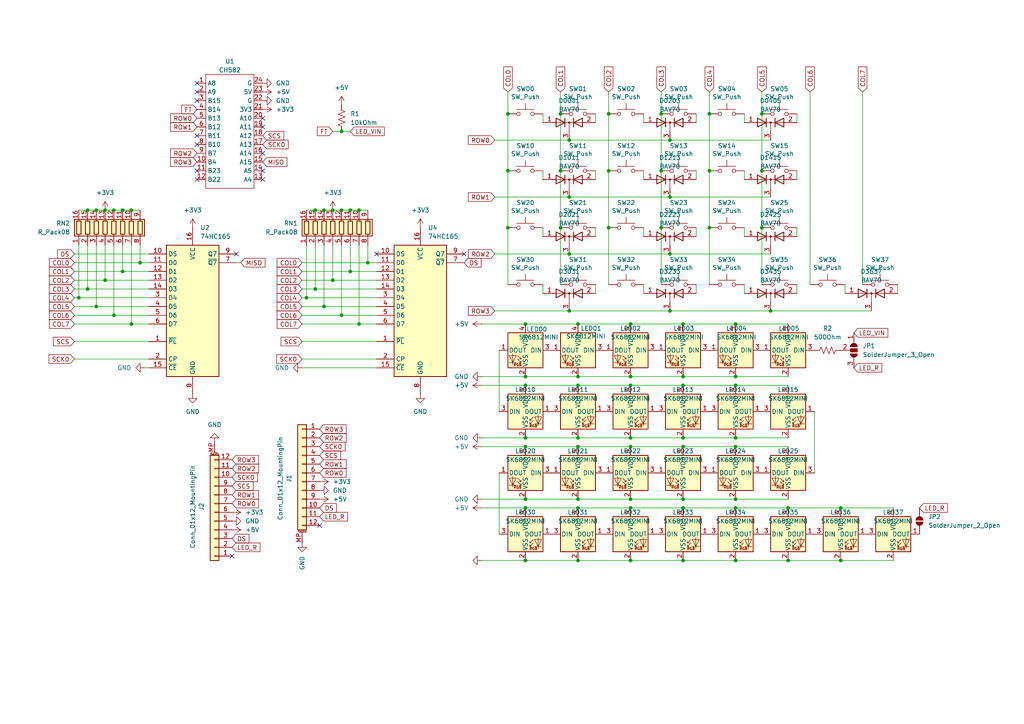
<source format=kicad_sch>
(kicad_sch (version 20231120) (generator "eeschema") (generator_version "8.0")
  (paper "A4")
  (junction (at 165.1 73.66))
  (junction (at 198.12 93.98))
  (junction (at 93.98 60.96))
  (junction (at 96.52 81.28))
  (junction (at 152.4 93.98))
  (junction (at 152.4 127))
  (junction (at 223.52 90.17))
  (junction (at 93.98 88.9))
  (junction (at 213.36 129.54))
  (junction (at 104.14 60.96))
  (junction (at 162.56 49.53))
  (junction (at 194.31 90.17))
  (junction (at 147.32 49.53))
  (junction (at 152.4 144.78))
  (junction (at 182.88 144.78))
  (junction (at 30.48 60.96))
  (junction (at 91.44 83.82))
  (junction (at 152.4 109.22))
  (junction (at 191.77 33.02))
  (junction (at 176.53 66.04))
  (junction (at 104.14 93.98))
  (junction (at 99.06 91.44))
  (junction (at 35.56 60.96))
  (junction (at 228.6 162.56))
  (junction (at 213.36 144.78))
  (junction (at 220.98 49.53))
  (junction (at 96.52 60.96))
  (junction (at 194.31 73.66))
  (junction (at 213.36 127))
  (junction (at 165.1 90.17))
  (junction (at 40.64 76.2))
  (junction (at 228.6 147.32))
  (junction (at 198.12 127))
  (junction (at 33.02 60.96))
  (junction (at 165.1 40.64))
  (junction (at 27.94 88.9))
  (junction (at 167.64 127))
  (junction (at 243.84 162.56))
  (junction (at 194.31 57.15))
  (junction (at 99.06 60.96))
  (junction (at 101.6 60.96))
  (junction (at 182.88 147.32))
  (junction (at 198.12 111.76))
  (junction (at 162.56 66.04))
  (junction (at 194.31 40.64))
  (junction (at 198.12 109.22))
  (junction (at 213.36 111.76))
  (junction (at 22.86 86.36))
  (junction (at 167.64 147.32))
  (junction (at 198.12 144.78))
  (junction (at 167.64 109.22))
  (junction (at 205.74 66.04))
  (junction (at 198.12 162.56))
  (junction (at 167.64 129.54))
  (junction (at 152.4 147.32))
  (junction (at 182.88 129.54))
  (junction (at 152.4 162.56))
  (junction (at 27.94 60.96))
  (junction (at 243.84 147.32))
  (junction (at 213.36 162.56))
  (junction (at 25.4 60.96))
  (junction (at 167.64 111.76))
  (junction (at 213.36 109.22))
  (junction (at 220.98 66.04))
  (junction (at 191.77 49.53))
  (junction (at 205.74 33.02))
  (junction (at 147.32 33.02))
  (junction (at 88.9 86.36))
  (junction (at 176.53 33.02))
  (junction (at 147.32 66.04))
  (junction (at 167.64 93.98))
  (junction (at 152.4 111.76))
  (junction (at 99.06 38.1))
  (junction (at 30.48 81.28))
  (junction (at 91.44 60.96))
  (junction (at 106.68 76.2))
  (junction (at 198.12 129.54))
  (junction (at 38.1 93.98))
  (junction (at 25.4 83.82))
  (junction (at 205.74 49.53))
  (junction (at 182.88 109.22))
  (junction (at 33.02 91.44))
  (junction (at 152.4 129.54))
  (junction (at 101.6 78.74))
  (junction (at 213.36 93.98))
  (junction (at 213.36 147.32))
  (junction (at 162.56 33.02))
  (junction (at 176.53 49.53))
  (junction (at 220.98 33.02))
  (junction (at 191.77 66.04))
  (junction (at 182.88 127))
  (junction (at 182.88 111.76))
  (junction (at 182.88 162.56))
  (junction (at 35.56 78.74))
  (junction (at 165.1 57.15))
  (junction (at 38.1 60.96))
  (junction (at 198.12 147.32))
  (junction (at 167.64 162.56))
  (junction (at 167.64 144.78))
  (junction (at 182.88 93.98))
  (no_connect (at 76.2 49.53))
  (no_connect (at 57.15 29.21))
  (no_connect (at 57.15 52.07))
  (no_connect (at 57.15 24.13))
  (no_connect (at 76.2 52.07))
  (no_connect (at 76.2 44.45))
  (no_connect (at 92.71 152.4))
  (no_connect (at 67.31 161.29))
  (no_connect (at 57.15 49.53))
  (no_connect (at 57.15 41.91))
  (no_connect (at 68.58 73.66))
  (no_connect (at 109.22 73.66))
  (no_connect (at 76.2 36.83))
  (no_connect (at 134.62 73.66))
  (no_connect (at 57.15 39.37))
  (no_connect (at 76.2 34.29))
  (no_connect (at 57.15 26.67))
  (wire (pts (xy 191.77 26.67) (xy 191.77 33.02)))
  (wire (pts (xy 191.77 66.04) (xy 191.77 82.55)))
  (wire (pts (xy 157.48 66.04) (xy 157.48 68.58)))
  (wire (pts (xy 162.56 49.53) (xy 162.56 66.04)))
  (wire (pts (xy 40.64 71.12) (xy 40.64 76.2)))
  (wire (pts (xy 33.02 91.44) (xy 43.18 91.44)))
  (wire (pts (xy 144.78 137.16) (xy 144.78 154.94)))
  (wire (pts (xy 21.59 73.66) (xy 43.18 73.66)))
  (wire (pts (xy 182.88 111.76) (xy 198.12 111.76)))
  (wire (pts (xy 106.68 76.2) (xy 87.63 76.2)))
  (wire (pts (xy 234.95 26.67) (xy 234.95 82.55)))
  (wire (pts (xy 22.86 60.96) (xy 25.4 60.96)))
  (wire (pts (xy 201.93 66.04) (xy 201.93 68.58)))
  (wire (pts (xy 109.22 88.9) (xy 93.98 88.9)))
  (wire (pts (xy 186.69 33.02) (xy 186.69 35.56)))
  (wire (pts (xy 213.36 111.76) (xy 228.6 111.76)))
  (wire (pts (xy 101.6 71.12) (xy 101.6 78.74)))
  (wire (pts (xy 213.36 144.78) (xy 228.6 144.78)))
  (wire (pts (xy 198.12 144.78) (xy 213.36 144.78)))
  (wire (pts (xy 260.35 82.55) (xy 260.35 85.09)))
  (wire (pts (xy 213.36 147.32) (xy 228.6 147.32)))
  (wire (pts (xy 152.4 109.22) (xy 167.64 109.22)))
  (wire (pts (xy 194.31 73.66) (xy 223.52 73.66)))
  (wire (pts (xy 213.36 162.56) (xy 228.6 162.56)))
  (wire (pts (xy 167.64 162.56) (xy 182.88 162.56)))
  (wire (pts (xy 215.9 82.55) (xy 215.9 85.09)))
  (wire (pts (xy 101.6 60.96) (xy 104.14 60.96)))
  (wire (pts (xy 91.44 83.82) (xy 87.63 83.82)))
  (wire (pts (xy 194.31 57.15) (xy 223.52 57.15)))
  (wire (pts (xy 191.77 49.53) (xy 191.77 66.04)))
  (wire (pts (xy 213.36 109.22) (xy 228.6 109.22)))
  (wire (pts (xy 27.94 71.12) (xy 27.94 88.9)))
  (wire (pts (xy 109.22 81.28) (xy 96.52 81.28)))
  (wire (pts (xy 152.4 162.56) (xy 167.64 162.56)))
  (wire (pts (xy 213.36 93.98) (xy 228.6 93.98)))
  (wire (pts (xy 40.64 76.2) (xy 43.18 76.2)))
  (wire (pts (xy 172.72 66.04) (xy 172.72 68.58)))
  (wire (pts (xy 198.12 93.98) (xy 213.36 93.98)))
  (wire (pts (xy 30.48 60.96) (xy 33.02 60.96)))
  (wire (pts (xy 167.64 129.54) (xy 182.88 129.54)))
  (wire (pts (xy 21.59 91.44) (xy 33.02 91.44)))
  (wire (pts (xy 38.1 93.98) (xy 43.18 93.98)))
  (wire (pts (xy 176.53 82.55) (xy 176.53 66.04)))
  (wire (pts (xy 43.18 104.14) (xy 21.59 104.14)))
  (wire (pts (xy 198.12 147.32) (xy 213.36 147.32)))
  (wire (pts (xy 109.22 76.2) (xy 106.68 76.2)))
  (wire (pts (xy 139.7 144.78) (xy 152.4 144.78)))
  (wire (pts (xy 93.98 88.9) (xy 87.63 88.9)))
  (wire (pts (xy 165.1 40.64) (xy 194.31 40.64)))
  (wire (pts (xy 139.7 162.56) (xy 152.4 162.56)))
  (wire (pts (xy 152.4 111.76) (xy 167.64 111.76)))
  (wire (pts (xy 139.7 147.32) (xy 152.4 147.32)))
  (wire (pts (xy 228.6 147.32) (xy 243.84 147.32)))
  (wire (pts (xy 198.12 111.76) (xy 213.36 111.76)))
  (wire (pts (xy 198.12 129.54) (xy 213.36 129.54)))
  (wire (pts (xy 167.64 111.76) (xy 182.88 111.76)))
  (wire (pts (xy 220.98 33.02) (xy 220.98 26.67)))
  (wire (pts (xy 236.22 119.38) (xy 236.22 137.16)))
  (wire (pts (xy 109.22 106.68) (xy 87.63 106.68)))
  (wire (pts (xy 215.9 66.04) (xy 215.9 68.58)))
  (wire (pts (xy 223.52 90.17) (xy 252.73 90.17)))
  (wire (pts (xy 147.32 33.02) (xy 147.32 49.53)))
  (wire (pts (xy 205.74 49.53) (xy 205.74 66.04)))
  (wire (pts (xy 205.74 82.55) (xy 205.74 66.04)))
  (wire (pts (xy 245.11 82.55) (xy 245.11 85.09)))
  (wire (pts (xy 152.4 93.98) (xy 167.64 93.98)))
  (wire (pts (xy 35.56 78.74) (xy 43.18 78.74)))
  (wire (pts (xy 165.1 73.66) (xy 194.31 73.66)))
  (wire (pts (xy 43.18 106.68) (xy 41.91 106.68)))
  (wire (pts (xy 21.59 86.36) (xy 22.86 86.36)))
  (wire (pts (xy 165.1 90.17) (xy 194.31 90.17)))
  (wire (pts (xy 194.31 40.64) (xy 223.52 40.64)))
  (wire (pts (xy 38.1 60.96) (xy 40.64 60.96)))
  (wire (pts (xy 167.64 147.32) (xy 182.88 147.32)))
  (wire (pts (xy 152.4 127) (xy 167.64 127)))
  (wire (pts (xy 172.72 82.55) (xy 172.72 85.09)))
  (wire (pts (xy 152.4 144.78) (xy 167.64 144.78)))
  (wire (pts (xy 21.59 88.9) (xy 27.94 88.9)))
  (wire (pts (xy 96.52 71.12) (xy 96.52 81.28)))
  (wire (pts (xy 99.06 91.44) (xy 87.63 91.44)))
  (wire (pts (xy 21.59 93.98) (xy 38.1 93.98)))
  (wire (pts (xy 198.12 109.22) (xy 213.36 109.22)))
  (wire (pts (xy 220.98 33.02) (xy 220.98 49.53)))
  (wire (pts (xy 96.52 81.28) (xy 87.63 81.28)))
  (wire (pts (xy 162.56 26.67) (xy 162.56 33.02)))
  (wire (pts (xy 88.9 71.12) (xy 88.9 86.36)))
  (wire (pts (xy 93.98 60.96) (xy 91.44 60.96)))
  (wire (pts (xy 182.88 109.22) (xy 198.12 109.22)))
  (wire (pts (xy 93.98 60.96) (xy 96.52 60.96)))
  (wire (pts (xy 220.98 66.04) (xy 220.98 82.55)))
  (wire (pts (xy 157.48 82.55) (xy 157.48 85.09)))
  (wire (pts (xy 186.69 66.04) (xy 186.69 68.58)))
  (wire (pts (xy 152.4 147.32) (xy 167.64 147.32)))
  (wire (pts (xy 21.59 83.82) (xy 25.4 83.82)))
  (wire (pts (xy 198.12 162.56) (xy 213.36 162.56)))
  (wire (pts (xy 139.7 111.76) (xy 152.4 111.76)))
  (wire (pts (xy 30.48 71.12) (xy 30.48 81.28)))
  (wire (pts (xy 157.48 33.02) (xy 157.48 35.56)))
  (wire (pts (xy 191.77 33.02) (xy 191.77 49.53)))
  (wire (pts (xy 35.56 71.12) (xy 35.56 78.74)))
  (wire (pts (xy 213.36 129.54) (xy 228.6 129.54)))
  (wire (pts (xy 143.51 73.66) (xy 165.1 73.66)))
  (wire (pts (xy 109.22 86.36) (xy 88.9 86.36)))
  (wire (pts (xy 176.53 49.53) (xy 176.53 66.04)))
  (wire (pts (xy 228.6 162.56) (xy 243.84 162.56)))
  (wire (pts (xy 147.32 66.04) (xy 147.32 49.53)))
  (wire (pts (xy 167.64 127) (xy 182.88 127)))
  (wire (pts (xy 68.58 76.2) (xy 69.85 76.2)))
  (wire (pts (xy 109.22 83.82) (xy 91.44 83.82)))
  (wire (pts (xy 165.1 57.15) (xy 194.31 57.15)))
  (wire (pts (xy 99.06 38.1) (xy 101.6 38.1)))
  (wire (pts (xy 144.78 101.6) (xy 144.78 119.38)))
  (wire (pts (xy 215.9 33.02) (xy 215.9 35.56)))
  (wire (pts (xy 93.98 71.12) (xy 93.98 88.9)))
  (wire (pts (xy 38.1 71.12) (xy 38.1 93.98)))
  (wire (pts (xy 106.68 71.12) (xy 106.68 76.2)))
  (wire (pts (xy 194.31 90.17) (xy 223.52 90.17)))
  (wire (pts (xy 139.7 129.54) (xy 152.4 129.54)))
  (wire (pts (xy 88.9 86.36) (xy 87.63 86.36)))
  (wire (pts (xy 167.64 144.78) (xy 182.88 144.78)))
  (wire (pts (xy 182.88 127) (xy 198.12 127)))
  (wire (pts (xy 231.14 49.53) (xy 231.14 52.07)))
  (wire (pts (xy 201.93 49.53) (xy 201.93 52.07)))
  (wire (pts (xy 27.94 60.96) (xy 30.48 60.96)))
  (wire (pts (xy 99.06 60.96) (xy 101.6 60.96)))
  (wire (pts (xy 91.44 60.96) (xy 88.9 60.96)))
  (wire (pts (xy 198.12 127) (xy 213.36 127)))
  (wire (pts (xy 25.4 71.12) (xy 25.4 83.82)))
  (wire (pts (xy 109.22 91.44) (xy 99.06 91.44)))
  (wire (pts (xy 104.14 93.98) (xy 87.63 93.98)))
  (wire (pts (xy 27.94 88.9) (xy 43.18 88.9)))
  (wire (pts (xy 167.64 109.22) (xy 182.88 109.22)))
  (wire (pts (xy 162.56 33.02) (xy 162.56 49.53)))
  (wire (pts (xy 172.72 33.02) (xy 172.72 35.56)))
  (wire (pts (xy 21.59 78.74) (xy 35.56 78.74)))
  (wire (pts (xy 182.88 93.98) (xy 198.12 93.98)))
  (wire (pts (xy 33.02 71.12) (xy 33.02 91.44)))
  (wire (pts (xy 104.14 60.96) (xy 106.68 60.96)))
  (wire (pts (xy 213.36 127) (xy 228.6 127)))
  (wire (pts (xy 147.32 82.55) (xy 147.32 66.04)))
  (wire (pts (xy 186.69 49.53) (xy 186.69 52.07)))
  (wire (pts (xy 143.51 40.64) (xy 165.1 40.64)))
  (wire (pts (xy 172.72 49.53) (xy 172.72 52.07)))
  (wire (pts (xy 96.52 60.96) (xy 99.06 60.96)))
  (wire (pts (xy 109.22 93.98) (xy 104.14 93.98)))
  (wire (pts (xy 215.9 49.53) (xy 215.9 52.07)))
  (wire (pts (xy 143.51 90.17) (xy 165.1 90.17)))
  (wire (pts (xy 176.53 49.53) (xy 176.53 33.02)))
  (wire (pts (xy 201.93 82.55) (xy 201.93 85.09)))
  (wire (pts (xy 139.7 127) (xy 152.4 127)))
  (wire (pts (xy 30.48 81.28) (xy 43.18 81.28)))
  (wire (pts (xy 25.4 60.96) (xy 27.94 60.96)))
  (wire (pts (xy 104.14 71.12) (xy 104.14 93.98)))
  (wire (pts (xy 139.7 109.22) (xy 152.4 109.22)))
  (wire (pts (xy 99.06 71.12) (xy 99.06 91.44)))
  (wire (pts (xy 231.14 82.55) (xy 231.14 85.09)))
  (wire (pts (xy 157.48 49.53) (xy 157.48 52.07)))
  (wire (pts (xy 243.84 147.32) (xy 259.08 147.32)))
  (wire (pts (xy 22.86 86.36) (xy 43.18 86.36)))
  (wire (pts (xy 182.88 129.54) (xy 198.12 129.54)))
  (wire (pts (xy 35.56 60.96) (xy 38.1 60.96)))
  (wire (pts (xy 205.74 26.67) (xy 205.74 33.02)))
  (wire (pts (xy 182.88 144.78) (xy 198.12 144.78)))
  (wire (pts (xy 201.93 33.02) (xy 201.93 35.56)))
  (wire (pts (xy 147.32 26.67) (xy 147.32 33.02)))
  (wire (pts (xy 231.14 33.02) (xy 231.14 35.56)))
  (wire (pts (xy 250.19 26.67) (xy 250.19 82.55)))
  (wire (pts (xy 43.18 99.06) (xy 21.59 99.06)))
  (wire (pts (xy 33.02 60.96) (xy 35.56 60.96)))
  (wire (pts (xy 21.59 81.28) (xy 30.48 81.28)))
  (wire (pts (xy 91.44 71.12) (xy 91.44 83.82)))
  (wire (pts (xy 231.14 66.04) (xy 231.14 68.58)))
  (wire (pts (xy 109.22 104.14) (xy 87.63 104.14)))
  (wire (pts (xy 25.4 83.82) (xy 43.18 83.82)))
  (wire (pts (xy 22.86 71.12) (xy 22.86 86.36)))
  (wire (pts (xy 167.64 93.98) (xy 182.88 93.98)))
  (wire (pts (xy 152.4 129.54) (xy 167.64 129.54)))
  (wire (pts (xy 21.59 76.2) (xy 40.64 76.2)))
  (wire (pts (xy 182.88 147.32) (xy 198.12 147.32)))
  (wire (pts (xy 220.98 49.53) (xy 220.98 66.04)))
  (wire (pts (xy 96.52 38.1) (xy 99.06 38.1)))
  (wire (pts (xy 186.69 82.55) (xy 186.69 85.09)))
  (wire (pts (xy 162.56 66.04) (xy 162.56 82.55)))
  (wire (pts (xy 205.74 33.02) (xy 205.74 49.53)))
  (wire (pts (xy 243.84 162.56) (xy 259.08 162.56)))
  (wire (pts (xy 182.88 162.56) (xy 198.12 162.56)))
  (wire (pts (xy 143.51 57.15) (xy 165.1 57.15)))
  (wire (pts (xy 139.7 93.98) (xy 152.4 93.98)))
  (wire (pts (xy 109.22 99.06) (xy 87.63 99.06)))
  (wire (pts (xy 109.22 78.74) (xy 101.6 78.74)))
  (wire (pts (xy 176.53 26.67) (xy 176.53 33.02)))
  (wire (pts (xy 101.6 78.74) (xy 87.63 78.74)))
  (global_label "SCK0" (shape input) (at 87.63 104.14 180) (property "Intersheetrefs" "${INTERSHEET_REFS}" (effects (hide yes))))
  (global_label "SCK0" (shape input) (at 67.31 138.43 0) (property "Intersheetrefs" "${INTERSHEET_REFS}" (effects (hide yes))))
  (global_label "DS" (shape input) (at 67.31 156.21 0) (property "Intersheetrefs" "${INTERSHEET_REFS}" (effects (hide yes))))
  (global_label "LED_R" (shape input) (at 247.65 106.68 0) (property "Intersheetrefs" "${INTERSHEET_REFS}" (effects (hide yes))))
  (global_label "ROW1" (shape input) (at 143.51 57.15 180) (property "Intersheetrefs" "${INTERSHEET_REFS}" (effects (hide yes))))
  (global_label "FT" (shape input) (at 57.15 31.75 180) (property "Intersheetrefs" "${INTERSHEET_REFS}" (effects (hide yes))))
  (global_label "COL0" (shape input) (at 87.63 76.2 180) (property "Intersheetrefs" "${INTERSHEET_REFS}" (effects (hide yes))))
  (global_label "COL5" (shape input) (at 87.63 88.9 180) (property "Intersheetrefs" "${INTERSHEET_REFS}" (effects (hide yes))))
  (global_label "COL3" (shape input) (at 87.63 83.82 180) (property "Intersheetrefs" "${INTERSHEET_REFS}" (effects (hide yes))))
  (global_label "COL4" (shape input) (at 21.59 86.36 180) (property "Intersheetrefs" "${INTERSHEET_REFS}" (effects (hide yes))))
  (global_label "ROW0" (shape input) (at 57.15 34.29 180) (property "Intersheetrefs" "${INTERSHEET_REFS}" (effects (hide yes))))
  (global_label "COL4" (shape input) (at 205.74 26.67 90) (property "Intersheetrefs" "${INTERSHEET_REFS}" (effects (hide yes))))
  (global_label "ROW0" (shape input) (at 92.71 137.16 0) (property "Intersheetrefs" "${INTERSHEET_REFS}" (effects (hide yes))))
  (global_label "COL2" (shape input) (at 87.63 81.28 180) (property "Intersheetrefs" "${INTERSHEET_REFS}" (effects (hide yes))))
  (global_label "SCS" (shape input) (at 92.71 132.08 0) (property "Intersheetrefs" "${INTERSHEET_REFS}" (effects (hide yes))))
  (global_label "COL2" (shape input) (at 21.59 81.28 180) (property "Intersheetrefs" "${INTERSHEET_REFS}" (effects (hide yes))))
  (global_label "LED_R" (shape input) (at 67.31 158.75 0) (property "Intersheetrefs" "${INTERSHEET_REFS}" (effects (hide yes))))
  (global_label "COL7" (shape input) (at 87.63 93.98 180) (property "Intersheetrefs" "${INTERSHEET_REFS}" (effects (hide yes))))
  (global_label "COL3" (shape input) (at 21.59 83.82 180) (property "Intersheetrefs" "${INTERSHEET_REFS}" (effects (hide yes))))
  (global_label "ROW2" (shape input) (at 67.31 135.89 0) (property "Intersheetrefs" "${INTERSHEET_REFS}" (effects (hide yes))))
  (global_label "COL0" (shape input) (at 21.59 76.2 180) (property "Intersheetrefs" "${INTERSHEET_REFS}" (effects (hide yes))))
  (global_label "COL4" (shape input) (at 87.63 86.36 180) (property "Intersheetrefs" "${INTERSHEET_REFS}" (effects (hide yes))))
  (global_label "ROW2" (shape input) (at 143.51 73.66 180) (property "Intersheetrefs" "${INTERSHEET_REFS}" (effects (hide yes))))
  (global_label "ROW3" (shape input) (at 143.51 90.17 180) (property "Intersheetrefs" "${INTERSHEET_REFS}" (effects (hide yes))))
  (global_label "SCK0" (shape input) (at 76.2 41.91 0) (property "Intersheetrefs" "${INTERSHEET_REFS}" (effects (hide yes))))
  (global_label "COL3" (shape input) (at 191.77 26.67 90) (property "Intersheetrefs" "${INTERSHEET_REFS}" (effects (hide yes))))
  (global_label "COL6" (shape input) (at 234.95 26.67 90) (property "Intersheetrefs" "${INTERSHEET_REFS}" (effects (hide yes))))
  (global_label "DS" (shape input) (at 92.71 147.32 0) (property "Intersheetrefs" "${INTERSHEET_REFS}" (effects (hide yes))))
  (global_label "MISO" (shape input) (at 76.2 46.99 0) (property "Intersheetrefs" "${INTERSHEET_REFS}" (effects (hide yes))))
  (global_label "COL1" (shape input) (at 162.56 26.67 90) (property "Intersheetrefs" "${INTERSHEET_REFS}" (effects (hide yes))))
  (global_label "SCS" (shape input) (at 67.31 140.97 0) (property "Intersheetrefs" "${INTERSHEET_REFS}" (effects (hide yes))))
  (global_label "ROW1" (shape input) (at 92.71 134.62 0) (property "Intersheetrefs" "${INTERSHEET_REFS}" (effects (hide yes))))
  (global_label "COL6" (shape input) (at 21.59 91.44 180) (property "Intersheetrefs" "${INTERSHEET_REFS}" (effects (hide yes))))
  (global_label "DS" (shape input) (at 134.62 76.2 0) (property "Intersheetrefs" "${INTERSHEET_REFS}" (effects (hide yes))))
  (global_label "ROW3" (shape input) (at 92.71 124.46 0) (property "Intersheetrefs" "${INTERSHEET_REFS}" (effects (hide yes))))
  (global_label "ROW2" (shape input) (at 57.15 44.45 180) (property "Intersheetrefs" "${INTERSHEET_REFS}" (effects (hide yes))))
  (global_label "ROW3" (shape input) (at 67.31 133.35 0) (property "Intersheetrefs" "${INTERSHEET_REFS}" (effects (hide yes))))
  (global_label "ROW2" (shape input) (at 92.71 127 0) (property "Intersheetrefs" "${INTERSHEET_REFS}" (effects (hide yes))))
  (global_label "COL5" (shape input) (at 21.59 88.9 180) (property "Intersheetrefs" "${INTERSHEET_REFS}" (effects (hide yes))))
  (global_label "LED_VIN" (shape input) (at 247.65 96.52 0) (property "Intersheetrefs" "${INTERSHEET_REFS}" (effects (hide yes))))
  (global_label "COL0" (shape input) (at 147.32 26.67 90) (property "Intersheetrefs" "${INTERSHEET_REFS}" (effects (hide yes))))
  (global_label "COL7" (shape input) (at 21.59 93.98 180) (property "Intersheetrefs" "${INTERSHEET_REFS}" (effects (hide yes))))
  (global_label "COL2" (shape input) (at 176.53 26.67 90) (property "Intersheetrefs" "${INTERSHEET_REFS}" (effects (hide yes))))
  (global_label "ROW0" (shape input) (at 143.51 40.64 180) (property "Intersheetrefs" "${INTERSHEET_REFS}" (effects (hide yes))))
  (global_label "COL7" (shape input) (at 250.19 26.67 90) (property "Intersheetrefs" "${INTERSHEET_REFS}" (effects (hide yes))))
  (global_label "COL5" (shape input) (at 220.98 26.67 90) (property "Intersheetrefs" "${INTERSHEET_REFS}" (effects (hide yes))))
  (global_label "LED_R" (shape input) (at 92.71 149.86 0) (property "Intersheetrefs" "${INTERSHEET_REFS}" (effects (hide yes))))
  (global_label "ROW3" (shape input) (at 57.15 46.99 180) (property "Intersheetrefs" "${INTERSHEET_REFS}" (effects (hide yes))))
  (global_label "COL1" (shape input) (at 21.59 78.74 180) (property "Intersheetrefs" "${INTERSHEET_REFS}" (effects (hide yes))))
  (global_label "ROW1" (shape input) (at 57.15 36.83 180) (property "Intersheetrefs" "${INTERSHEET_REFS}" (effects (hide yes))))
  (global_label "FT" (shape input) (at 96.52 38.1 180) (property "Intersheetrefs" "${INTERSHEET_REFS}" (effects (hide yes))))
  (global_label "LED_VIN" (shape input) (at 101.6 38.1 0) (property "Intersheetrefs" "${INTERSHEET_REFS}" (effects (hide yes))))
  (global_label "DS" (shape input) (at 21.59 73.66 180) (property "Intersheetrefs" "${INTERSHEET_REFS}" (effects (hide yes))))
  (global_label "SCK0" (shape input) (at 21.59 104.14 180) (property "Intersheetrefs" "${INTERSHEET_REFS}" (effects (hide yes))))
  (global_label "COL1" (shape input) (at 87.63 78.74 180) (property "Intersheetrefs" "${INTERSHEET_REFS}" (effects (hide yes))))
  (global_label "SCK0" (shape input) (at 92.71 129.54 0) (property "Intersheetrefs" "${INTERSHEET_REFS}" (effects (hide yes))))
  (global_label "SCS" (shape input) (at 76.2 39.37 0) (property "Intersheetrefs" "${INTERSHEET_REFS}" (effects (hide yes))))
  (global_label "ROW1" (shape input) (at 67.31 143.51 0) (property "Intersheetrefs" "${INTERSHEET_REFS}" (effects (hide yes))))
  (global_label "SCS" (shape input) (at 21.59 99.06 180) (property "Intersheetrefs" "${INTERSHEET_REFS}" (effects (hide yes))))
  (global_label "LED_R" (shape input) (at 266.7 147.32 0) (property "Intersheetrefs" "${INTERSHEET_REFS}" (effects (hide yes))))
  (global_label "MISO" (shape input) (at 69.85 76.2 0) (property "Intersheetrefs" "${INTERSHEET_REFS}" (effects (hide yes))))
  (global_label "SCS" (shape input) (at 87.63 99.06 180) (property "Intersheetrefs" "${INTERSHEET_REFS}" (effects (hide yes))))
  (global_label "ROW0" (shape input) (at 67.31 146.05 0) (property "Intersheetrefs" "${INTERSHEET_REFS}" (effects (hide yes))))
  (global_label "COL6" (shape input) (at 87.63 91.44 180) (property "Intersheetrefs" "${INTERSHEET_REFS}" (effects (hide yes))))
  (symbol (lib_id "LED:SK6812MINI") (at 213.36 154.94 0) (unit 1)
    (property "Reference" "LED34" (at 213.36 148.59 0))
    (property "Value" "SK6812MINI" (at 213.36 151.13 0))
    (property "Footprint" "keyswitches:LED_SK6812MINI_E_REVERSIBLE" (effects (hide yes)))
    (property "Datasheet" "https://cdn-shop.adafruit.com/product-files/2686/SK6812MINI_REV.01-1-2.pdf" (effects (hide yes)))
    (property "Description" "RGB LED with integrated controller" (effects (hide yes)))
  )
  (symbol (lib_id "power:+3V3") (at 55.88 66.04 0) (unit 1)
    (property "Reference" "#PWR06" (effects (hide yes)))
    (property "Value" "+3V3" (at 55.88 60.96 0))
    (property "Description" "Power symbol creates a global label with name \"+3V3\"" (effects (hide yes)))
  )
  (symbol (lib_id "power:GND") (at 87.63 157.48 0) (unit 1)
    (property "Reference" "#PWR024" (effects (hide yes)))
    (property "Value" "GND" (at 87.6301 161.29 90) (effects (justify right)))
    (property "Description" "Power symbol creates a global label with name \"GND\" , ground" (effects (hide yes)))
  )
  (symbol (lib_id "LED:SK6812MINI") (at 182.88 137.16 0) (mirror y) (unit 1)
    (property "Reference" "LED22" (at 182.88 130.81 0))
    (property "Value" "SK6812MINI" (at 182.88 133.35 0))
    (property "Footprint" "keyswitches:LED_SK6812MINI_E_REVERSIBLE" (effects (hide yes)))
    (property "Datasheet" "https://cdn-shop.adafruit.com/product-files/2686/SK6812MINI_REV.01-1-2.pdf" (effects (hide yes)))
    (property "Description" "RGB LED with integrated controller" (effects (hide yes)))
  )
  (symbol (lib_id "Diode:BAV70") (at 194.31 52.07 0) (unit 1)
    (property "Reference" "D1213" (at 194.31 45.72 0))
    (property "Value" "BAV70" (at 194.31 48.26 0))
    (property "Footprint" "keyswitches:BAV70_SOT-23_Reversible" (effects (hide yes)))
    (property "Datasheet" "https://assets.nexperia.com/documents/data-sheet/BAV70_SER.pdf" (effects (hide yes)))
    (property "Description" "Dual 100V 215mA high-speed switching diodes, common cathode, SOT-23" (effects (hide yes)))
  )
  (symbol (lib_id "power:+3V3") (at 30.48 60.96 0) (unit 1)
    (property "Reference" "#PWR04" (effects (hide yes)))
    (property "Value" "+3V3" (at 30.48 55.88 0))
    (property "Description" "Power symbol creates a global label with name \"+3V3\"" (effects (hide yes)))
  )
  (symbol (lib_id "Switch:SW_Push") (at 226.06 49.53 0) (unit 1)
    (property "Reference" "SW15" (at 226.06 42.291 0))
    (property "Value" "SW_Push" (at 226.06 44.6024 0))
    (property "Footprint" "keyswitches:SW_MX_1905_reversible" (effects (hide yes)))
  )
  (symbol (lib_id "power:GND") (at 87.63 106.68 270) (unit 1)
    (property "Reference" "#PWR016" (effects (hide yes)))
    (property "Value" "GND" (at 83.82 106.6799 90) (effects (justify right)))
    (property "Description" "Power symbol creates a global label with name \"GND\" , ground" (effects (hide yes)))
  )
  (symbol (lib_id "Switch:SW_Push") (at 181.61 82.55 0) (unit 1)
    (property "Reference" "SW32" (at 181.61 75.311 0))
    (property "Value" "SW_Push" (at 181.61 77.6224 0))
    (property "Footprint" "keyswitches:SW_MX_1905_reversible" (effects (hide yes)))
  )
  (symbol (lib_id "Switch:SW_Push") (at 210.82 66.04 0) (unit 1)
    (property "Reference" "SW24" (at 210.82 58.801 0))
    (property "Value" "SW_Push" (at 210.82 61.1124 0))
    (property "Footprint" "keyswitches:SW_MX_1905_reversible" (effects (hide yes)))
  )
  (symbol (lib_id "LED:SK6812MINI") (at 167.64 119.38 0) (unit 1)
    (property "Reference" "LED11" (at 167.64 113.03 0))
    (property "Value" "SK6812MINI" (at 167.64 115.57 0))
    (property "Footprint" "keyswitches:LED_SK6812MINI_E_REVERSIBLE" (effects (hide yes)))
    (property "Datasheet" "https://cdn-shop.adafruit.com/product-files/2686/SK6812MINI_REV.01-1-2.pdf" (effects (hide yes)))
    (property "Description" "RGB LED with integrated controller" (effects (hide yes)))
  )
  (symbol (lib_id "Switch:SW_Push") (at 226.06 33.02 0) (unit 1)
    (property "Reference" "SW05" (at 226.06 25.781 0))
    (property "Value" "SW_Push" (at 226.06 28.0924 0))
    (property "Footprint" "keyswitches:SW_MX_1905_reversible" (effects (hide yes)))
  )
  (symbol (lib_id "Diode:BAV70") (at 223.52 35.56 0) (unit 1)
    (property "Reference" "D0405" (at 223.52 29.21 0))
    (property "Value" "BAV70" (at 223.52 31.75 0))
    (property "Footprint" "keyswitches:BAV70_SOT-23_Reversible" (effects (hide yes)))
    (property "Datasheet" "https://assets.nexperia.com/documents/data-sheet/BAV70_SER.pdf" (effects (hide yes)))
    (property "Description" "Dual 100V 215mA high-speed switching diodes, common cathode, SOT-23" (effects (hide yes)))
  )
  (symbol (lib_id "Switch:SW_Push") (at 167.64 33.02 0) (unit 1)
    (property "Reference" "SW01" (at 167.64 25.781 0))
    (property "Value" "SW_Push" (at 167.64 28.0924 0))
    (property "Footprint" "keyswitches:SW_MX_1905_reversible" (effects (hide yes)))
  )
  (symbol (lib_id "Switch:SW_Push") (at 226.06 66.04 0) (unit 1)
    (property "Reference" "SW25" (at 226.06 58.801 0))
    (property "Value" "SW_Push" (at 226.06 61.1124 0))
    (property "Footprint" "keyswitches:SW_MX_1905_reversible" (effects (hide yes)))
  )
  (symbol (lib_id "LED:SK6812MINI") (at 152.4 119.38 0) (unit 1)
    (property "Reference" "LED10" (at 152.4 113.03 0))
    (property "Value" "SK6812MINI" (at 152.4 115.57 0))
    (property "Footprint" "keyswitches:LED_SK6812MINI_E_REVERSIBLE" (effects (hide yes)))
    (property "Datasheet" "https://cdn-shop.adafruit.com/product-files/2686/SK6812MINI_REV.01-1-2.pdf" (effects (hide yes)))
    (property "Description" "RGB LED with integrated controller" (effects (hide yes)))
  )
  (symbol (lib_id "Switch:SW_Push") (at 152.4 66.04 0) (unit 1)
    (property "Reference" "SW20" (at 152.4 58.801 0))
    (property "Value" "SW_Push" (at 152.4 61.1124 0))
    (property "Footprint" "keyswitches:SW_MX_1905_reversible" (effects (hide yes)))
  )
  (symbol (lib_id "Switch:SW_Push") (at 181.61 66.04 0) (unit 1)
    (property "Reference" "SW22" (at 181.61 58.801 0))
    (property "Value" "SW_Push" (at 181.61 61.1124 0))
    (property "Footprint" "keyswitches:SW_MX_1905_reversible" (effects (hide yes)))
  )
  (symbol (lib_id "Switch:SW_Push") (at 240.03 82.55 0) (unit 1)
    (property "Reference" "SW36" (at 240.03 75.311 0))
    (property "Value" "SW_Push" (at 240.03 77.6224 0))
    (property "Footprint" "keyswitches:SW_MX_1905_reversible" (effects (hide yes)))
  )
  (symbol (lib_id "Switch:SW_Push") (at 210.82 82.55 0) (unit 1)
    (property "Reference" "SW34" (at 210.82 75.311 0))
    (property "Value" "SW_Push" (at 210.82 77.6224 0))
    (property "Footprint" "keyswitches:SW_MX_1905_reversible" (effects (hide yes)))
  )
  (symbol (lib_id "power:+3V3") (at 92.71 139.7 270) (mirror x) (unit 1)
    (property "Reference" "#PWR012" (effects (hide yes)))
    (property "Value" "+3V3" (at 96.52 139.7001 90) (effects (justify left)))
    (property "Description" "Power symbol creates a global label with name \"+3V3\"" (effects (hide yes)))
  )
  (symbol (lib_id "LED:SK6812MINI") (at 182.88 101.6 0) (mirror y) (unit 1)
    (property "Reference" "LED02" (at 182.88 95.25 0))
    (property "Value" "SK6812MINI" (at 182.88 97.79 0))
    (property "Footprint" "keyswitches:LED_SK6812MINI_E_REVERSIBLE" (effects (hide yes)))
    (property "Datasheet" "https://cdn-shop.adafruit.com/product-files/2686/SK6812MINI_REV.01-1-2.pdf" (effects (hide yes)))
    (property "Description" "RGB LED with integrated controller" (effects (hide yes)))
  )
  (symbol (lib_id "Diode:BAV70") (at 252.73 85.09 0) (unit 1)
    (property "Reference" "D3637" (at 252.73 78.74 0))
    (property "Value" "BAV70" (at 252.73 81.28 0))
    (property "Footprint" "keyswitches:BAV70_SOT-23_Reversible" (effects (hide yes)))
    (property "Datasheet" "https://assets.nexperia.com/documents/data-sheet/BAV70_SER.pdf" (effects (hide yes)))
    (property "Description" "Dual 100V 215mA high-speed switching diodes, common cathode, SOT-23" (effects (hide yes)))
  )
  (symbol (lib_id "Switch:SW_Push") (at 255.27 82.55 0) (unit 1)
    (property "Reference" "SW37" (at 255.27 75.311 0))
    (property "Value" "SW_Push" (at 255.27 77.6224 0))
    (property "Footprint" "keyswitches:SW_MX_1905_reversible" (effects (hide yes)))
  )
  (symbol (lib_id "Switch:SW_Push") (at 210.82 49.53 0) (unit 1)
    (property "Reference" "SW14" (at 210.82 42.291 0))
    (property "Value" "SW_Push" (at 210.82 44.6024 0))
    (property "Footprint" "keyswitches:SW_MX_1905_reversible" (effects (hide yes)))
  )
  (symbol (lib_id "Diode:BAV70") (at 223.52 68.58 0) (unit 1)
    (property "Reference" "D2425" (at 223.52 62.23 0))
    (property "Value" "BAV70" (at 223.52 64.77 0))
    (property "Footprint" "keyswitches:BAV70_SOT-23_Reversible" (effects (hide yes)))
    (property "Datasheet" "https://assets.nexperia.com/documents/data-sheet/BAV70_SER.pdf" (effects (hide yes)))
    (property "Description" "Dual 100V 215mA high-speed switching diodes, common cathode, SOT-23" (effects (hide yes)))
  )
  (symbol (lib_id "Switch:SW_Push") (at 152.4 82.55 0) (unit 1)
    (property "Reference" "SW30" (at 152.4 75.311 0))
    (property "Value" "SW_Push" (at 152.4 77.6224 0))
    (property "Footprint" "keyswitches:SW_MX_1905_reversible" (effects (hide yes)))
  )
  (symbol (lib_id "power:GND") (at 76.2 24.13 90) (unit 1)
    (property "Reference" "#PWR01" (effects (hide yes)))
    (property "Value" "GND" (at 80.01 24.1299 90) (effects (justify right)))
    (property "Description" "Power symbol creates a global label with name \"GND\" , ground" (effects (hide yes)))
  )
  (symbol (lib_id "Switch:SW_Push") (at 196.85 66.04 0) (unit 1)
    (property "Reference" "SW23" (at 196.85 58.801 0))
    (property "Value" "SW_Push" (at 196.85 61.1124 0))
    (property "Footprint" "keyswitches:SW_MX_1905_reversible" (effects (hide yes)))
  )
  (symbol (lib_id "power:GND") (at 139.7 127 270) (unit 1)
    (property "Reference" "#PWR010" (effects (hide yes)))
    (property "Value" "GND" (at 135.89 126.9999 90) (effects (justify right)))
    (property "Description" "Power symbol creates a global label with name \"GND\" , ground" (effects (hide yes)))
  )
  (symbol (lib_id "power:GND") (at 121.92 114.3 0) (unit 1)
    (property "Reference" "#PWR018" (effects (hide yes)))
    (property "Value" "GND" (at 121.92 119.38 0))
    (property "Description" "Power symbol creates a global label with name \"GND\" , ground" (effects (hide yes)))
  )
  (symbol (lib_id "74xx:74HC165") (at 55.88 88.9 0) (unit 1)
    (property "Reference" "U2" (at 58.0741 66.04 0) (effects (justify left)))
    (property "Value" "74HC165" (at 58.0741 68.58 0) (effects (justify left)))
    (property "Footprint" "Package_SO:SOP-16_3.9x9.9mm_P1.27mm" (effects (hide yes)))
    (property "Datasheet" "https://assets.nexperia.com/documents/data-sheet/74HC_HCT165.pdf" (effects (hide yes)))
    (property "Description" "Shift Register, 8-bit, Parallel Load" (effects (hide yes)))
  )
  (symbol (lib_id "Switch:SW_Push") (at 196.85 49.53 0) (unit 1)
    (property "Reference" "SW13" (at 196.85 42.291 0))
    (property "Value" "SW_Push" (at 196.85 44.6024 0))
    (property "Footprint" "keyswitches:SW_MX_1905_reversible" (effects (hide yes)))
  )
  (symbol (lib_id "Diode:BAV70") (at 165.1 52.07 0) (unit 1)
    (property "Reference" "D1011" (at 165.1 45.72 0))
    (property "Value" "BAV70" (at 165.1 48.26 0))
    (property "Footprint" "keyswitches:BAV70_SOT-23_Reversible" (effects (hide yes)))
    (property "Datasheet" "https://assets.nexperia.com/documents/data-sheet/BAV70_SER.pdf" (effects (hide yes)))
    (property "Description" "Dual 100V 215mA high-speed switching diodes, common cathode, SOT-23" (effects (hide yes)))
  )
  (symbol (lib_id "LED:SK6812MINI") (at 243.84 154.94 0) (unit 1)
    (property "Reference" "LED36" (at 243.84 148.59 0))
    (property "Value" "SK6812MINI" (at 243.84 151.13 0))
    (property "Footprint" "keyswitches:LED_SK6812MINI_E_REVERSIBLE" (effects (hide yes)))
    (property "Datasheet" "https://cdn-shop.adafruit.com/product-files/2686/SK6812MINI_REV.01-1-2.pdf" (effects (hide yes)))
    (property "Description" "RGB LED with integrated controller" (effects (hide yes)))
  )
  (symbol (lib_id "LED:SK6812MINI") (at 182.88 119.38 0) (unit 1)
    (property "Reference" "LED12" (at 182.88 113.03 0))
    (property "Value" "SK6812MINI" (at 182.88 115.57 0))
    (property "Footprint" "keyswitches:LED_SK6812MINI_E_REVERSIBLE" (effects (hide yes)))
    (property "Datasheet" "https://cdn-shop.adafruit.com/product-files/2686/SK6812MINI_REV.01-1-2.pdf" (effects (hide yes)))
    (property "Description" "RGB LED with integrated controller" (effects (hide yes)))
  )
  (symbol (lib_id "LED:SK6812MINI") (at 213.36 101.6 0) (mirror y) (unit 1)
    (property "Reference" "LED04" (at 213.614 95.25 0))
    (property "Value" "SK6812MINI" (at 213.614 97.79 0))
    (property "Footprint" "keyswitches:LED_SK6812MINI_E_REVERSIBLE" (effects (hide yes)))
    (property "Datasheet" "https://cdn-shop.adafruit.com/product-files/2686/SK6812MINI_REV.01-1-2.pdf" (effects (hide yes)))
    (property "Description" "RGB LED with integrated controller" (effects (hide yes)))
  )
  (symbol (lib_id "power:+3V3") (at 67.31 148.59 270) (mirror x) (unit 1)
    (property "Reference" "#PWR027" (effects (hide yes)))
    (property "Value" "+3V3" (at 71.12 148.5901 90) (effects (justify left)))
    (property "Description" "Power symbol creates a global label with name \"+3V3\"" (effects (hide yes)))
  )
  (symbol (lib_id "power:+5V") (at 92.71 144.78 270) (mirror x) (unit 1)
    (property "Reference" "#PWR022" (effects (hide yes)))
    (property "Value" "+5V" (at 96.52 144.7801 90) (effects (justify left)))
    (property "Description" "Power symbol creates a global label with name \"+5V\"" (effects (hide yes)))
  )
  (symbol (lib_id "Jumper:SolderJumper_2_Open") (at 266.7 151.13 90) (unit 1) (exclude_from_sim yes) (in_bom no)
    (property "Reference" "JP2" (at 269.24 149.8599 90) (effects (justify right)))
    (property "Value" "SolderJumper_2_Open" (at 269.24 152.3999 90) (effects (justify right)))
    (property "Footprint" "Jumper:SolderJumper-2_P1.3mm_Open_TrianglePad1.0x1.5mm" (effects (hide yes)))
    (property "Description" "Solder Jumper, 2-pole, open" (effects (hide yes)))
  )
  (symbol (lib_id "Switch:SW_Push") (at 226.06 82.55 0) (unit 1)
    (property "Reference" "SW35" (at 226.06 75.311 0))
    (property "Value" "SW_Push" (at 226.06 77.6224 0))
    (property "Footprint" "keyswitches:SW_MX_1905_reversible" (effects (hide yes)))
  )
  (symbol (lib_id "LED:SK6812MINI") (at 259.08 154.94 0) (unit 1)
    (property "Reference" "LED37" (at 259.08 148.59 0))
    (property "Value" "SK6812MINI" (at 259.08 151.13 0))
    (property "Footprint" "keyswitches:LED_SK6812MINI_E_REVERSIBLE" (effects (hide yes)))
    (property "Datasheet" "https://cdn-shop.adafruit.com/product-files/2686/SK6812MINI_REV.01-1-2.pdf" (effects (hide yes)))
    (property "Description" "RGB LED with integrated controller" (effects (hide yes)))
  )
  (symbol (lib_id "power:GND") (at 139.7 109.22 270) (unit 1)
    (property "Reference" "#PWR07" (effects (hide yes)))
    (property "Value" "GND" (at 135.89 109.2199 90) (effects (justify right)))
    (property "Description" "Power symbol creates a global label with name \"GND\" , ground" (effects (hide yes)))
  )
  (symbol (lib_id "Diode:BAV70") (at 223.52 85.09 0) (unit 1)
    (property "Reference" "D3435" (at 223.52 78.74 0))
    (property "Value" "BAV70" (at 223.52 81.28 0))
    (property "Footprint" "keyswitches:BAV70_SOT-23_Reversible" (effects (hide yes)))
    (property "Datasheet" "https://assets.nexperia.com/documents/data-sheet/BAV70_SER.pdf" (effects (hide yes)))
    (property "Description" "Dual 100V 215mA high-speed switching diodes, common cathode, SOT-23" (effects (hide yes)))
  )
  (symbol (lib_id "power:+3V3") (at 96.52 60.96 0) (unit 1)
    (property "Reference" "#PWR028" (effects (hide yes)))
    (property "Value" "+3V3" (at 96.52 55.88 0))
    (property "Description" "Power symbol creates a global label with name \"+3V3\"" (effects (hide yes)))
  )
  (symbol (lib_id "Switch:SW_Push") (at 181.61 49.53 0) (unit 1)
    (property "Reference" "SW12" (at 181.61 42.291 0))
    (property "Value" "SW_Push" (at 181.61 44.6024 0))
    (property "Footprint" "keyswitches:SW_MX_1905_reversible" (effects (hide yes)))
  )
  (symbol (lib_id "LED:SK6812MINI") (at 167.64 137.16 0) (mirror y) (unit 1)
    (property "Reference" "LED21" (at 167.64 130.81 0))
    (property "Value" "SK6812MINI" (at 167.64 133.35 0))
    (property "Footprint" "keyswitches:LED_SK6812MINI_E_REVERSIBLE" (effects (hide yes)))
    (property "Datasheet" "https://cdn-shop.adafruit.com/product-files/2686/SK6812MINI_REV.01-1-2.pdf" (effects (hide yes)))
    (property "Description" "RGB LED with integrated controller" (effects (hide yes)))
  )
  (symbol (lib_id "power:GND") (at 62.23 128.27 180) (unit 1)
    (property "Reference" "#PWR011" (effects (hide yes)))
    (property "Value" "GND" (at 62.23 123.19 0))
    (property "Description" "Power symbol creates a global label with name \"GND\" , ground" (effects (hide yes)))
  )
  (symbol (lib_id "Switch:SW_Push") (at 167.64 82.55 0) (unit 1)
    (property "Reference" "SW31" (at 167.64 75.311 0))
    (property "Value" "SW_Push" (at 167.64 77.6224 0))
    (property "Footprint" "keyswitches:SW_MX_1905_reversible" (effects (hide yes)))
  )
  (symbol (lib_id "power:+5V") (at 139.7 129.54 90) (unit 1)
    (property "Reference" "#PWR014" (effects (hide yes)))
    (property "Value" "+5V" (at 135.89 129.5399 90) (effects (justify left)))
    (property "Description" "Power symbol creates a global label with name \"+5V\"" (effects (hide yes)))
  )
  (symbol (lib_id "power:+3V3") (at 121.92 66.04 0) (unit 1)
    (property "Reference" "#PWR017" (effects (hide yes)))
    (property "Value" "+3V3" (at 121.92 60.96 0))
    (property "Description" "Power symbol creates a global label with name \"+3V3\"" (effects (hide yes)))
  )
  (symbol (lib_id "Connector_Generic_MountingPin:Conn_01x12_MountingPin") (at 62.23 148.59 180) (unit 1)
    (property "Reference" "J2" (at 58.42 146.9644 90))
    (property "Value" "Conn_01x12_MountingPin" (at 55.88 146.9644 90))
    (property "Footprint" "Connector_FFC-FPC:TE_1-84952-2_1x12-1MP_P1.0mm_Horizontal" (effects (hide yes)))
    (property "Description" "Generic connectable mounting pin connector, single row, 01x12, script generated (kicad-library-utils/schlib/autogen/connector/)" (effects (hide yes)))
  )
  (symbol (lib_id "LED:SK6812MINI") (at 228.6 137.16 0) (mirror y) (unit 1)
    (property "Reference" "LED25" (at 228.6 130.81 0))
    (property "Value" "SK6812MINI" (at 228.6 133.35 0))
    (property "Footprint" "keyswitches:LED_SK6812MINI_E_REVERSIBLE" (effects (hide yes)))
    (property "Datasheet" "https://cdn-shop.adafruit.com/product-files/2686/SK6812MINI_REV.01-1-2.pdf" (effects (hide yes)))
    (property "Description" "RGB LED with integrated controller" (effects (hide yes)))
  )
  (symbol (lib_id "power:+3V3") (at 76.2 31.75 270) (unit 1)
    (property "Reference" "#PWR03" (effects (hide yes)))
    (property "Value" "+3V3" (at 80.01 31.7499 90) (effects (justify left)))
    (property "Description" "Power symbol creates a global label with name \"+3V3\"" (effects (hide yes)))
  )
  (symbol (lib_id "Switch:SW_Push") (at 196.85 82.55 0) (unit 1)
    (property "Reference" "SW33" (at 196.85 75.311 0))
    (property "Value" "SW_Push" (at 196.85 77.6224 0))
    (property "Footprint" "keyswitches:SW_MX_1905_reversible" (effects (hide yes)))
  )
  (symbol (lib_id "74xx:74HC165") (at 121.92 88.9 0) (unit 1)
    (property "Reference" "U4" (at 124.1141 66.04 0) (effects (justify left)))
    (property "Value" "74HC165" (at 124.1141 68.58 0) (effects (justify left)))
    (property "Footprint" "Package_SO:SOP-16_3.9x9.9mm_P1.27mm" (effects (hide yes)))
    (property "Datasheet" "https://assets.nexperia.com/documents/data-sheet/74HC_HCT165.pdf" (effects (hide yes)))
    (property "Description" "Shift Register, 8-bit, Parallel Load" (effects (hide yes)))
  )
  (symbol (lib_id "LED:SK6812MINI") (at 213.36 119.38 0) (unit 1)
    (property "Reference" "LED14" (at 213.36 113.03 0))
    (property "Value" "SK6812MINI" (at 213.36 115.57 0))
    (property "Footprint" "keyswitches:LED_SK6812MINI_E_REVERSIBLE" (effects (hide yes)))
    (property "Datasheet" "https://cdn-shop.adafruit.com/product-files/2686/SK6812MINI_REV.01-1-2.pdf" (effects (hide yes)))
    (property "Description" "RGB LED with integrated controller" (effects (hide yes)))
  )
  (symbol (lib_id "Switch:SW_Push") (at 152.4 33.02 0) (unit 1)
    (property "Reference" "SW00" (at 152.4 25.781 0))
    (property "Value" "SW_Push" (at 152.4 28.0924 0))
    (property "Footprint" "keyswitches:SW_MX_1905_reversible" (effects (hide yes)))
  )
  (symbol (lib_id "LED:SK6812MINI") (at 167.64 101.6 0) (mirror y) (unit 1)
    (property "Reference" "LED01" (at 171.45 95.25 0))
    (property "Value" "SK6812MINI" (at 169.926 97.536 0))
    (property "Footprint" "keyswitches:LED_SK6812MINI_E_REVERSIBLE" (effects (hide yes)))
    (property "Datasheet" "https://cdn-shop.adafruit.com/product-files/2686/SK6812MINI_REV.01-1-2.pdf" (effects (hide yes)))
    (property "Description" "RGB LED with integrated controller" (effects (hide yes)))
  )
  (symbol (lib_id "power:GND") (at 92.71 142.24 90) (mirror x) (unit 1)
    (property "Reference" "#PWR021" (effects (hide yes)))
    (property "Value" "GND" (at 96.52 142.2401 90) (effects (justify right)))
    (property "Description" "Power symbol creates a global label with name \"GND\" , ground" (effects (hide yes)))
  )
  (symbol (lib_id "Diode:BAV70") (at 194.31 68.58 0) (unit 1)
    (property "Reference" "D2223" (at 194.31 62.23 0))
    (property "Value" "BAV70" (at 194.31 64.77 0))
    (property "Footprint" "keyswitches:BAV70_SOT-23_Reversible" (effects (hide yes)))
    (property "Datasheet" "https://assets.nexperia.com/documents/data-sheet/BAV70_SER.pdf" (effects (hide yes)))
    (property "Description" "Dual 100V 215mA high-speed switching diodes, common cathode, SOT-23" (effects (hide yes)))
  )
  (symbol (lib_id "Switch:SW_Push") (at 196.85 33.02 0) (unit 1)
    (property "Reference" "SW03" (at 196.85 25.781 0))
    (property "Value" "SW_Push" (at 196.85 28.0924 0))
    (property "Footprint" "keyswitches:SW_MX_1905_reversible" (effects (hide yes)))
  )
  (symbol (lib_id "LED:SK6812MINI") (at 152.4 137.16 0) (mirror y) (unit 1)
    (property "Reference" "LED20" (at 152.4 130.81 0))
    (property "Value" "SK6812MINI" (at 152.4 133.35 0))
    (property "Footprint" "keyswitches:LED_SK6812MINI_E_REVERSIBLE" (effects (hide yes)))
    (property "Datasheet" "https://cdn-shop.adafruit.com/product-files/2686/SK6812MINI_REV.01-1-2.pdf" (effects (hide yes)))
    (property "Description" "RGB LED with integrated controller" (effects (hide yes)))
  )
  (symbol (lib_id "Diode:BAV70") (at 194.31 35.56 0) (unit 1)
    (property "Reference" "D0203" (at 194.31 29.21 0))
    (property "Value" "BAV70" (at 194.31 31.75 0))
    (property "Footprint" "keyswitches:BAV70_SOT-23_Reversible" (effects (hide yes)))
    (property "Datasheet" "https://assets.nexperia.com/documents/data-sheet/BAV70_SER.pdf" (effects (hide yes)))
    (property "Description" "Dual 100V 215mA high-speed switching diodes, common cathode, SOT-23" (effects (hide yes)))
  )
  (symbol (lib_id "Switch:SW_Push") (at 181.61 33.02 0) (unit 1)
    (property "Reference" "SW02" (at 181.61 25.781 0))
    (property "Value" "SW_Push" (at 181.61 28.0924 0))
    (property "Footprint" "keyswitches:SW_MX_1905_reversible" (effects (hide yes)))
  )
  (symbol (lib_id "Switch:SW_Push") (at 167.64 66.04 0) (unit 1)
    (property "Reference" "SW21" (at 167.64 58.801 0))
    (property "Value" "SW_Push" (at 167.64 61.1124 0))
    (property "Footprint" "keyswitches:SW_MX_1905_reversible" (effects (hide yes)))
  )
  (symbol (lib_id "new_kbd:WeAct_CH582F") (at 67.31 38.1 0) (unit 1)
    (property "Reference" "U1" (at 66.675 17.78 0))
    (property "Value" "CH582" (at 66.675 20.32 0))
    (property "Footprint" "Package_DIP:DIP-24_W15.24mm" (effects (hide yes)))
  )
  (symbol (lib_id "LED:SK6812MINI") (at 167.64 154.94 0) (unit 1)
    (property "Reference" "LED31" (at 167.64 148.59 0))
    (property "Value" "SK6812MINI" (at 167.64 151.13 0))
    (property "Footprint" "keyswitches:LED_SK6812MINI_E_REVERSIBLE" (effects (hide yes)))
    (property "Datasheet" "https://cdn-shop.adafruit.com/product-files/2686/SK6812MINI_REV.01-1-2.pdf" (effects (hide yes)))
    (property "Description" "RGB LED with integrated controller" (effects (hide yes)))
  )
  (symbol (lib_id "Diode:BAV70") (at 165.1 85.09 0) (unit 1)
    (property "Reference" "D3031" (at 165.1 78.74 0))
    (property "Value" "BAV70" (at 165.1 81.28 0))
    (property "Footprint" "keyswitches:BAV70_SOT-23_Reversible" (effects (hide yes)))
    (property "Datasheet" "https://assets.nexperia.com/documents/data-sheet/BAV70_SER.pdf" (effects (hide yes)))
    (property "Description" "Dual 100V 215mA high-speed switching diodes, common cathode, SOT-23" (effects (hide yes)))
  )
  (symbol (lib_id "power:GND") (at 41.91 106.68 270) (unit 1)
    (property "Reference" "#PWR013" (effects (hide yes)))
    (property "Value" "GND" (at 38.1 106.6799 90) (effects (justify right)))
    (property "Description" "Power symbol creates a global label with name \"GND\" , ground" (effects (hide yes)))
  )
  (symbol (lib_id "LED:SK6812MINI") (at 198.12 101.6 0) (mirror y) (unit 1)
    (property "Reference" "LED03" (at 198.374 95.25 0))
    (property "Value" "SK6812MINI" (at 198.374 97.79 0))
    (property "Footprint" "keyswitches:LED_SK6812MINI_E_REVERSIBLE" (effects (hide yes)))
    (property "Datasheet" "https://cdn-shop.adafruit.com/product-files/2686/SK6812MINI_REV.01-1-2.pdf" (effects (hide yes)))
    (property "Description" "RGB LED with integrated controller" (effects (hide yes)))
  )
  (symbol (lib_id "LED:SK6812MINI") (at 152.4 101.6 0) (mirror y) (unit 1)
    (property "Reference" "LED00" (at 155.702 95.504 0))
    (property "Value" "SK6812MINI" (at 156.21 97.79 0))
    (property "Footprint" "keyswitches:LED_SK6812MINI_E_REVERSIBLE" (effects (hide yes)))
    (property "Datasheet" "https://cdn-shop.adafruit.com/product-files/2686/SK6812MINI_REV.01-1-2.pdf" (effects (hide yes)))
    (property "Description" "RGB LED with integrated controller" (effects (hide yes)))
  )
  (symbol (lib_id "power:+5V") (at 139.7 147.32 90) (unit 1)
    (property "Reference" "#PWR019" (effects (hide yes)))
    (property "Value" "+5V" (at 135.89 147.3199 90) (effects (justify left)))
    (property "Description" "Power symbol creates a global label with name \"+5V\"" (effects (hide yes)))
  )
  (symbol (lib_id "Device:R_Pack08") (at 99.06 66.04 0) (unit 1)
    (property "Reference" "RN1" (at 86.36 64.7699 0) (effects (justify right)))
    (property "Value" "R_Pack08" (at 86.36 67.3099 0) (effects (justify right)))
    (property "Footprint" "Resistor_SMD:R_Array_Convex_8x0602" (effects (hide yes)))
    (property "Description" "8 resistor network, parallel topology" (effects (hide yes)))
  )
  (symbol (lib_id "LED:SK6812MINI") (at 152.4 154.94 0) (unit 1)
    (property "Reference" "LED30" (at 152.4 148.59 0))
    (property "Value" "SK6812MINI" (at 152.4 151.13 0))
    (property "Footprint" "keyswitches:LED_SK6812MINI_E_REVERSIBLE" (effects (hide yes)))
    (property "Datasheet" "https://cdn-shop.adafruit.com/product-files/2686/SK6812MINI_REV.01-1-2.pdf" (effects (hide yes)))
    (property "Description" "RGB LED with integrated controller" (effects (hide yes)))
  )
  (symbol (lib_id "power:+5V") (at 67.31 153.67 270) (mirror x) (unit 1)
    (property "Reference" "#PWR026" (effects (hide yes)))
    (property "Value" "+5V" (at 71.12 153.6701 90) (effects (justify left)))
    (property "Description" "Power symbol creates a global label with name \"+5V\"" (effects (hide yes)))
  )
  (symbol (lib_id "Connector_Generic_MountingPin:Conn_01x12_MountingPin") (at 87.63 137.16 0) (mirror y) (unit 1)
    (property "Reference" "J1" (at 83.82 138.7856 90))
    (property "Value" "Conn_01x12_MountingPin" (at 81.28 138.7856 90))
    (property "Footprint" "Connector_FFC-FPC:TE_1-84952-2_1x12-1MP_P1.0mm_Horizontal" (effects (hide yes)))
    (property "Description" "Generic connectable mounting pin connector, single row, 01x12, script generated (kicad-library-utils/schlib/autogen/connector/)" (effects (hide yes)))
  )
  (symbol (lib_id "power:+5V") (at 99.06 30.48 0) (unit 1)
    (property "Reference" "#PWR034" (effects (hide yes)))
    (property "Value" "+5V" (at 99.06 25.4 0))
    (property "Description" "Power symbol creates a global label with name \"+5V\"" (effects (hide yes)))
  )
  (symbol (lib_id "LED:SK6812MINI") (at 182.88 154.94 0) (unit 1)
    (property "Reference" "LED32" (at 182.88 148.59 0))
    (property "Value" "SK6812MINI" (at 182.88 151.13 0))
    (property "Footprint" "keyswitches:LED_SK6812MINI_E_REVERSIBLE" (effects (hide yes)))
    (property "Datasheet" "https://cdn-shop.adafruit.com/product-files/2686/SK6812MINI_REV.01-1-2.pdf" (effects (hide yes)))
    (property "Description" "RGB LED with integrated controller" (effects (hide yes)))
  )
  (symbol (lib_id "LED:SK6812MINI") (at 228.6 154.94 0) (unit 1)
    (property "Reference" "LED35" (at 228.6 148.59 0))
    (property "Value" "SK6812MINI" (at 228.6 151.13 0))
    (property "Footprint" "keyswitches:LED_SK6812MINI_E_REVERSIBLE" (effects (hide yes)))
    (property "Datasheet" "https://cdn-shop.adafruit.com/product-files/2686/SK6812MINI_REV.01-1-2.pdf" (effects (hide yes)))
    (property "Description" "RGB LED with integrated controller" (effects (hide yes)))
  )
  (symbol (lib_id "power:+5V") (at 139.7 111.76 90) (unit 1)
    (property "Reference" "#PWR08" (effects (hide yes)))
    (property "Value" "+5V" (at 135.89 111.7599 90) (effects (justify left)))
    (property "Description" "Power symbol creates a global label with name \"+5V\"" (effects (hide yes)))
  )
  (symbol (lib_id "power:GND") (at 76.2 29.21 90) (unit 1)
    (property "Reference" "#PWR02" (effects (hide yes)))
    (property "Value" "GND" (at 80.01 29.2099 90) (effects (justify right)))
    (property "Description" "Power symbol creates a global label with name \"GND\" , ground" (effects (hide yes)))
  )
  (symbol (lib_id "Jumper:SolderJumper_3_Open") (at 247.65 101.6 270) (unit 1) (exclude_from_sim yes) (in_bom no)
    (property "Reference" "JP1" (at 250.19 100.3299 90) (effects (justify left)))
    (property "Value" "SolderJumper_3_Open" (at 250.19 102.8699 90) (effects (justify left)))
    (property "Footprint" "Jumper:SolderJumper-3_P2.0mm_Open_TrianglePad1.0x1.5mm_NumberLabels" (effects (hide yes)))
    (property "Description" "Solder Jumper, 3-pole, open" (effects (hide yes)))
  )
  (symbol (lib_id "Switch:SW_Push") (at 167.64 49.53 0) (unit 1)
    (property "Reference" "SW11" (at 167.64 42.291 0))
    (property "Value" "SW_Push" (at 167.64 44.6024 0))
    (property "Footprint" "keyswitches:SW_MX_1905_reversible" (effects (hide yes)))
  )
  (symbol (lib_id "Switch:SW_Push") (at 210.82 33.02 0) (unit 1)
    (property "Reference" "SW04" (at 210.82 25.781 0))
    (property "Value" "SW_Push" (at 210.82 28.0924 0))
    (property "Footprint" "keyswitches:SW_MX_1905_reversible" (effects (hide yes)))
  )
  (symbol (lib_id "Device:R_US") (at 99.06 34.29 0) (unit 1)
    (property "Reference" "R1" (at 101.6 33.0199 0) (effects (justify left)))
    (property "Value" "10kOhm" (at 101.6 35.5599 0) (effects (justify left)))
    (property "Footprint" "Resistor_SMD:R_0805_2012Metric" (effects (hide yes)))
    (property "Description" "Resistor, US symbol" (effects (hide yes)))
  )
  (symbol (lib_id "power:GND") (at 139.7 144.78 270) (unit 1)
    (property "Reference" "#PWR015" (effects (hide yes)))
    (property "Value" "GND" (at 135.89 144.7799 90) (effects (justify right)))
    (property "Description" "Power symbol creates a global label with name \"GND\" , ground" (effects (hide yes)))
  )
  (symbol (lib_id "Device:R_US") (at 240.03 101.6 90) (unit 1)
    (property "Reference" "R2" (at 240.03 95.25 90))
    (property "Value" "500Ohm" (at 240.03 97.79 90))
    (property "Footprint" "Resistor_SMD:R_0805_2012Metric" (effects (hide yes)))
    (property "Description" "Resistor, US symbol" (effects (hide yes)))
  )
  (symbol (lib_id "LED:SK6812MINI") (at 198.12 154.94 0) (unit 1)
    (property "Reference" "LED33" (at 198.12 148.59 0))
    (property "Value" "SK6812MINI" (at 198.12 151.13 0))
    (property "Footprint" "keyswitches:LED_SK6812MINI_E_REVERSIBLE" (effects (hide yes)))
    (property "Datasheet" "https://cdn-shop.adafruit.com/product-files/2686/SK6812MINI_REV.01-1-2.pdf" (effects (hide yes)))
    (property "Description" "RGB LED with integrated controller" (effects (hide yes)))
  )
  (symbol (lib_id "LED:SK6812MINI") (at 198.12 119.38 0) (unit 1)
    (property "Reference" "LED13" (at 198.12 113.03 0))
    (property "Value" "SK6812MINI" (at 198.12 115.57 0))
    (property "Footprint" "keyswitches:LED_SK6812MINI_E_REVERSIBLE" (effects (hide yes)))
    (property "Datasheet" "https://cdn-shop.adafruit.com/product-files/2686/SK6812MINI_REV.01-1-2.pdf" (effects (hide yes)))
    (property "Description" "RGB LED with integrated controller" (effects (hide yes)))
  )
  (symbol (lib_id "LED:SK6812MINI") (at 213.36 137.16 0) (mirror y) (unit 1)
    (property "Reference" "LED24" (at 213.36 130.81 0))
    (property "Value" "SK6812MINI" (at 213.36 133.35 0))
    (property "Footprint" "keyswitches:LED_SK6812MINI_E_REVERSIBLE" (effects (hide yes)))
    (property "Datasheet" "https://cdn-shop.adafruit.com/product-files/2686/SK6812MINI_REV.01-1-2.pdf" (effects (hide yes)))
    (property "Description" "RGB LED with integrated controller" (effects (hide yes)))
  )
  (symbol (lib_id "LED:SK6812MINI") (at 198.12 137.16 0) (mirror y) (unit 1)
    (property "Reference" "LED23" (at 198.12 130.81 0))
    (property "Value" "SK6812MINI" (at 198.12 133.35 0))
    (property "Footprint" "keyswitches:LED_SK6812MINI_E_REVERSIBLE" (effects (hide yes)))
    (property "Datasheet" "https://cdn-shop.adafruit.com/product-files/2686/SK6812MINI_REV.01-1-2.pdf" (effects (hide yes)))
    (property "Description" "RGB LED with integrated controller" (effects (hide yes)))
  )
  (symbol (lib_id "power:GND") (at 55.88 114.3 0) (unit 1)
    (property "Reference" "#PWR05" (effects (hide yes)))
    (property "Value" "GND" (at 55.88 119.38 0))
    (property "Description" "Power symbol creates a global label with name \"GND\" , ground" (effects (hide yes)))
  )
  (symbol (lib_id "LED:SK6812MINI") (at 228.6 101.6 0) (mirror y) (unit 1)
    (property "Reference" "LED05" (at 228.854 95.25 0))
    (property "Value" "SK6812MINI" (at 228.854 97.79 0))
    (property "Footprint" "keyswitches:LED_SK6812MINI_E_REVERSIBLE" (effects (hide yes)))
    (property "Datasheet" "https://cdn-shop.adafruit.com/product-files/2686/SK6812MINI_REV.01-1-2.pdf" (effects (hide yes)))
    (property "Description" "RGB LED with integrated controller" (effects (hide yes)))
  )
  (symbol (lib_id "power:+5V") (at 76.2 26.67 270) (unit 1)
    (property "Reference" "#PWR023" (effects (hide yes)))
    (property "Value" "+5V" (at 80.01 26.6699 90) (effects (justify left)))
    (property "Description" "Power symbol creates a global label with name \"+5V\"" (effects (hide yes)))
  )
  (symbol (lib_id "power:+5V") (at 139.7 93.98 90) (unit 1)
    (property "Reference" "#PWR09" (effects (hide yes)))
    (property "Value" "+5V" (at 135.89 93.9799 90) (effects (justify left)))
    (property "Description" "Power symbol creates a global label with name \"+5V\"" (effects (hide yes)))
  )
  (symbol (lib_id "Diode:BAV70") (at 223.52 52.07 0) (unit 1)
    (property "Reference" "D1415" (at 223.52 45.72 0))
    (property "Value" "BAV70" (at 223.52 48.26 0))
    (property "Footprint" "keyswitches:BAV70_SOT-23_Reversible" (effects (hide yes)))
    (property "Datasheet" "https://assets.nexperia.com/documents/data-sheet/BAV70_SER.pdf" (effects (hide yes)))
    (property "Description" "Dual 100V 215mA high-speed switching diodes, common cathode, SOT-23" (effects (hide yes)))
  )
  (symbol (lib_id "Diode:BAV70") (at 194.31 85.09 0) (unit 1)
    (property "Reference" "D3233" (at 194.31 78.74 0))
    (property "Value" "BAV70" (at 194.31 81.28 0))
    (property "Footprint" "keyswitches:BAV70_SOT-23_Reversible" (effects (hide yes)))
    (property "Datasheet" "https://assets.nexperia.com/documents/data-sheet/BAV70_SER.pdf" (effects (hide yes)))
    (property "Description" "Dual 100V 215mA high-speed switching diodes, common cathode, SOT-23" (effects (hide yes)))
  )
  (symbol (lib_id "LED:SK6812MINI") (at 228.6 119.38 0) (unit 1)
    (property "Reference" "LED15" (at 228.6 113.03 0))
    (property "Value" "SK6812MINI" (at 228.6 115.57 0))
    (property "Footprint" "keyswitches:LED_SK6812MINI_E_REVERSIBLE" (effects (hide yes)))
    (property "Datasheet" "https://cdn-shop.adafruit.com/product-files/2686/SK6812MINI_REV.01-1-2.pdf" (effects (hide yes)))
    (property "Description" "RGB LED with integrated controller" (effects (hide yes)))
  )
  (symbol (lib_id "Device:R_Pack08") (at 33.02 66.04 0) (unit 1)
    (property "Reference" "RN2" (at 20.32 64.7699 0) (effects (justify right)))
    (property "Value" "R_Pack08" (at 20.32 67.3099 0) (effects (justify right)))
    (property "Footprint" "Resistor_SMD:R_Array_Convex_8x0602" (effects (hide yes)))
    (property "Description" "8 resistor network, parallel topology" (effects (hide yes)))
  )
  (symbol (lib_id "Diode:BAV70") (at 165.1 68.58 0) (unit 1)
    (property "Reference" "D2021" (at 165.1 62.23 0))
    (property "Value" "BAV70" (at 165.1 64.77 0))
    (property "Footprint" "keyswitches:BAV70_SOT-23_Reversible" (effects (hide yes)))
    (property "Datasheet" "https://assets.nexperia.com/documents/data-sheet/BAV70_SER.pdf" (effects (hide yes)))
    (property "Description" "Dual 100V 215mA high-speed switching diodes, common cathode, SOT-23" (effects (hide yes)))
  )
  (symbol (lib_id "Switch:SW_Push") (at 152.4 49.53 0) (unit 1)
    (property "Reference" "SW10" (at 152.4 42.291 0))
    (property "Value" "SW_Push" (at 152.4 44.6024 0))
    (property "Footprint" "keyswitches:SW_MX_1905_reversible" (effects (hide yes)))
  )
  (symbol (lib_id "power:GND") (at 67.31 151.13 90) (mirror x) (unit 1)
    (property "Reference" "#PWR025" (effects (hide yes)))
    (property "Value" "GND" (at 71.12 151.1301 90) (effects (justify right)))
    (property "Description" "Power symbol creates a global label with name \"GND\" , ground" (effects (hide yes)))
  )
  (symbol (lib_id "Diode:BAV70") (at 165.1 35.56 0) (unit 1)
    (property "Reference" "D0001" (at 165.1 29.21 0))
    (property "Value" "BAV70" (at 165.1 31.75 0))
    (property "Footprint" "keyswitches:BAV70_SOT-23_Reversible" (effects (hide yes)))
    (property "Datasheet" "https://assets.nexperia.com/documents/data-sheet/BAV70_SER.pdf" (effects (hide yes)))
    (property "Description" "Dual 100V 215mA high-speed switching diodes, common cathode, SOT-23" (effects (hide yes)))
  )
  (symbol (lib_id "power:GND") (at 139.7 162.56 270) (unit 1)
    (property "Reference" "#PWR020" (effects (hide yes)))
    (property "Value" "GND" (effects (hide yes)))
    (property "Description" "Power symbol creates a global label with name \"GND\" , ground" (effects (hide yes)))
  )
)
</source>
